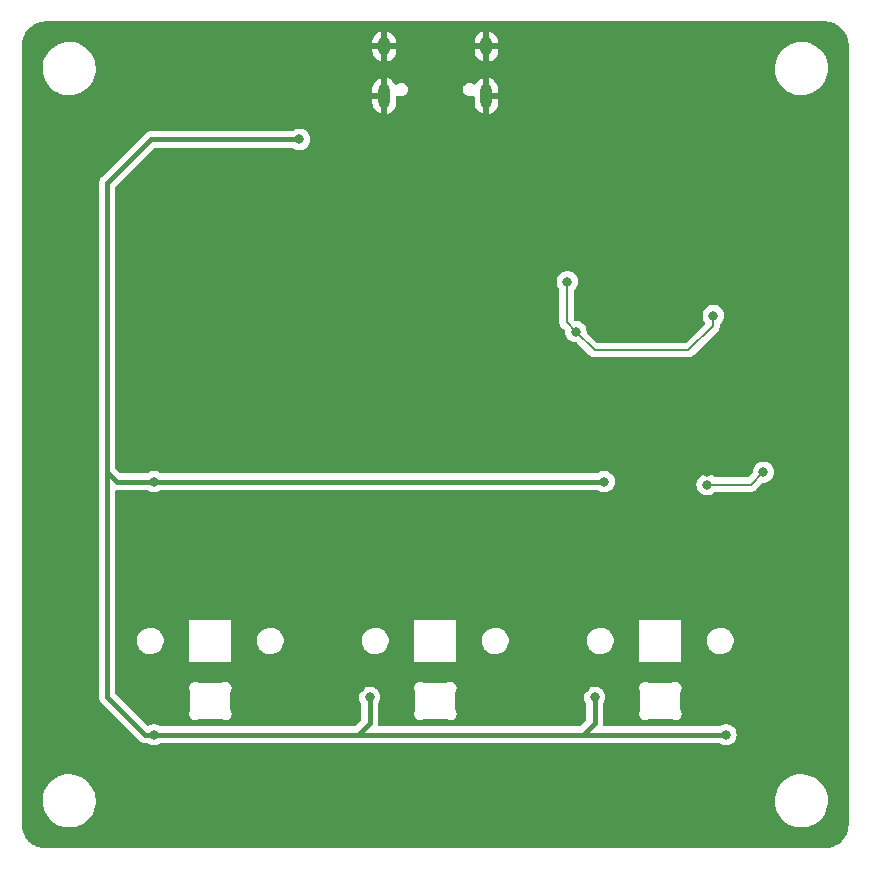
<source format=gtl>
G04 #@! TF.GenerationSoftware,KiCad,Pcbnew,7.0.9*
G04 #@! TF.CreationDate,2023-11-15T15:13:25+00:00*
G04 #@! TF.ProjectId,analog,616e616c-6f67-42e6-9b69-6361645f7063,1*
G04 #@! TF.SameCoordinates,Original*
G04 #@! TF.FileFunction,Copper,L1,Top*
G04 #@! TF.FilePolarity,Positive*
%FSLAX46Y46*%
G04 Gerber Fmt 4.6, Leading zero omitted, Abs format (unit mm)*
G04 Created by KiCad (PCBNEW 7.0.9) date 2023-11-15 15:13:25*
%MOMM*%
%LPD*%
G01*
G04 APERTURE LIST*
G04 #@! TA.AperFunction,ComponentPad*
%ADD10O,1.000000X1.600000*%
G04 #@! TD*
G04 #@! TA.AperFunction,ComponentPad*
%ADD11O,1.000000X2.100000*%
G04 #@! TD*
G04 #@! TA.AperFunction,ViaPad*
%ADD12C,0.800000*%
G04 #@! TD*
G04 #@! TA.AperFunction,Conductor*
%ADD13C,0.400000*%
G04 #@! TD*
G04 #@! TA.AperFunction,Conductor*
%ADD14C,0.200000*%
G04 #@! TD*
G04 APERTURE END LIST*
D10*
X46480000Y-17925000D03*
D11*
X46480000Y-22105000D03*
D10*
X55120000Y-17925000D03*
D11*
X55120000Y-22105000D03*
D12*
X73818750Y-75000000D03*
X68256250Y-35061382D03*
X65087500Y-45243750D03*
X29368750Y-64293750D03*
X72231250Y-69056250D03*
X77589085Y-41274992D03*
X71437500Y-45243750D03*
X68056250Y-40687500D03*
X58737500Y-42862500D03*
X44450000Y-72231250D03*
X77787500Y-70643750D03*
X35718750Y-75000000D03*
X70056250Y-38687500D03*
X61436250Y-27781250D03*
X43337500Y-36906250D03*
X56356250Y-33337500D03*
X76234040Y-75000000D03*
X68800000Y-31200000D03*
X34200000Y-50800000D03*
X58539069Y-34726549D03*
X67468750Y-64293750D03*
X54768750Y-75000000D03*
X54768750Y-26987500D03*
X34131250Y-69056250D03*
X29368732Y-50800000D03*
X68056250Y-38687500D03*
X48418750Y-64293750D03*
X73818750Y-56356250D03*
X53181250Y-69056250D03*
X69056250Y-39687500D03*
X74800000Y-31200000D03*
X76200000Y-34131250D03*
X40162500Y-31350000D03*
X63500000Y-72231250D03*
X25400000Y-72231250D03*
X46831250Y-26987500D03*
X67468764Y-50800000D03*
X72300000Y-50800000D03*
X70056250Y-40687500D03*
X53975000Y-29368750D03*
X73818750Y-53975000D03*
X45243750Y-73025000D03*
X26987500Y-54768750D03*
X26987500Y-76200000D03*
X39300000Y-25800000D03*
X65087500Y-54768750D03*
X75406250Y-76200000D03*
X64293750Y-73025000D03*
X62706250Y-42068750D03*
X61970653Y-37843408D03*
X74330009Y-40709685D03*
X73818750Y-55017102D03*
X78581250Y-53975000D03*
D13*
X63301573Y-76200000D02*
X64293750Y-76200000D01*
X26987500Y-54768750D02*
X65087500Y-54768750D01*
X23018750Y-54768750D02*
X23018750Y-73025000D01*
X44251557Y-76200000D02*
X45243750Y-75207807D01*
X44251557Y-76200000D02*
X45243750Y-76200000D01*
X64293750Y-75207823D02*
X64293750Y-73025000D01*
X26737500Y-25800000D02*
X23018750Y-29518750D01*
X23018750Y-73025000D02*
X26193750Y-76200000D01*
X26193750Y-76200000D02*
X26987500Y-76200000D01*
X23018750Y-50800000D02*
X23018750Y-53975000D01*
X45243750Y-76200000D02*
X63301573Y-76200000D01*
X23018750Y-29518750D02*
X23018750Y-50800000D01*
X23018750Y-53975000D02*
X23018750Y-54768750D01*
X64293750Y-76200000D02*
X75406250Y-76200000D01*
X23812500Y-54768750D02*
X26987500Y-54768750D01*
X63301573Y-76200000D02*
X64293750Y-75207823D01*
X23018750Y-53975000D02*
X23812500Y-54768750D01*
X26987500Y-76200000D02*
X44251557Y-76200000D01*
X45243750Y-75207807D02*
X45243750Y-73025000D01*
X39300000Y-25800000D02*
X26737500Y-25800000D01*
D14*
X61912500Y-37901561D02*
X61970653Y-37843408D01*
X72231250Y-43656250D02*
X74330009Y-41557491D01*
X62706250Y-42068750D02*
X61912500Y-41275000D01*
X64293750Y-43656250D02*
X72231250Y-43656250D01*
X74330009Y-41557491D02*
X74330009Y-40709685D01*
X61912500Y-41275000D02*
X61912500Y-37901561D01*
X62706250Y-42068750D02*
X64293750Y-43656250D01*
X77539148Y-55017102D02*
X78581250Y-53975000D01*
X73818750Y-55017102D02*
X77539148Y-55017102D01*
G04 #@! TA.AperFunction,Conductor*
G36*
X83802019Y-15800633D02*
G01*
X83837198Y-15802938D01*
X83883708Y-15805986D01*
X84065459Y-15818985D01*
X84073100Y-15820015D01*
X84166738Y-15838641D01*
X84189420Y-15843153D01*
X84215023Y-15848722D01*
X84333666Y-15874531D01*
X84340383Y-15876395D01*
X84459437Y-15916809D01*
X84556671Y-15953076D01*
X84591741Y-15966157D01*
X84597499Y-15968643D01*
X84712952Y-16025578D01*
X84834906Y-16092170D01*
X84839634Y-16095032D01*
X84896571Y-16133076D01*
X84946649Y-16166537D01*
X84949358Y-16168454D01*
X85058652Y-16250271D01*
X85062345Y-16253265D01*
X85159502Y-16338469D01*
X85162448Y-16341228D01*
X85258769Y-16437549D01*
X85261526Y-16440492D01*
X85346729Y-16537648D01*
X85349732Y-16541353D01*
X85401564Y-16610592D01*
X85431543Y-16650639D01*
X85433461Y-16653349D01*
X85504962Y-16760357D01*
X85507828Y-16765091D01*
X85574421Y-16887047D01*
X85631355Y-17002499D01*
X85633841Y-17008257D01*
X85670212Y-17105768D01*
X85683196Y-17140578D01*
X85688289Y-17155581D01*
X85723597Y-17259596D01*
X85725472Y-17266352D01*
X85756846Y-17410579D01*
X85779980Y-17526880D01*
X85781015Y-17534560D01*
X85794017Y-17716350D01*
X85799367Y-17797966D01*
X85799500Y-17802023D01*
X85799500Y-83797970D01*
X85799367Y-83802029D01*
X85794013Y-83883649D01*
X85781002Y-84065430D01*
X85779968Y-84073108D01*
X85756830Y-84189415D01*
X85725451Y-84333634D01*
X85723576Y-84340389D01*
X85683166Y-84459422D01*
X85633816Y-84591720D01*
X85631330Y-84597478D01*
X85574392Y-84712933D01*
X85507794Y-84834893D01*
X85504927Y-84839627D01*
X85433442Y-84946609D01*
X85431524Y-84949318D01*
X85349709Y-85058610D01*
X85346688Y-85062335D01*
X85261496Y-85159478D01*
X85258722Y-85162439D01*
X85162439Y-85258722D01*
X85159478Y-85261496D01*
X85062335Y-85346688D01*
X85058610Y-85349709D01*
X84949318Y-85431524D01*
X84946609Y-85433442D01*
X84839627Y-85504927D01*
X84834893Y-85507794D01*
X84712933Y-85574392D01*
X84597478Y-85631330D01*
X84591720Y-85633816D01*
X84459422Y-85683166D01*
X84340389Y-85723576D01*
X84333634Y-85725451D01*
X84189415Y-85756830D01*
X84073108Y-85779968D01*
X84065430Y-85781002D01*
X83883649Y-85794013D01*
X83815454Y-85798486D01*
X83802026Y-85799367D01*
X83797970Y-85799500D01*
X17802035Y-85799500D01*
X17797980Y-85799367D01*
X17716374Y-85794020D01*
X17534563Y-85781020D01*
X17526882Y-85779986D01*
X17410580Y-85756854D01*
X17266349Y-85725480D01*
X17259594Y-85723606D01*
X17140571Y-85683205D01*
X17140466Y-85683166D01*
X17115206Y-85673744D01*
X17008256Y-85633855D01*
X17002497Y-85631369D01*
X16887042Y-85574434D01*
X16765085Y-85507841D01*
X16760350Y-85504975D01*
X16653335Y-85433470D01*
X16650625Y-85431552D01*
X16541356Y-85349755D01*
X16537631Y-85346735D01*
X16440483Y-85261540D01*
X16437521Y-85258765D01*
X16341233Y-85162477D01*
X16338466Y-85159524D01*
X16253263Y-85062367D01*
X16250243Y-85058642D01*
X16168446Y-84949373D01*
X16166528Y-84946663D01*
X16095023Y-84839647D01*
X16092157Y-84834913D01*
X16025565Y-84712957D01*
X16012619Y-84686704D01*
X15968624Y-84597489D01*
X15966148Y-84591755D01*
X15916796Y-84459433D01*
X15876385Y-84340381D01*
X15874522Y-84333669D01*
X15843152Y-84189452D01*
X15820009Y-84073099D01*
X15818980Y-84065456D01*
X15805981Y-83883649D01*
X15801359Y-83813107D01*
X15800633Y-83802020D01*
X15800500Y-83797965D01*
X15800500Y-81875373D01*
X17545723Y-81875373D01*
X17575881Y-82175160D01*
X17575882Y-82175162D01*
X17645728Y-82468252D01*
X17645733Y-82468266D01*
X17754020Y-82749427D01*
X17754024Y-82749436D01*
X17898825Y-83013665D01*
X17898829Y-83013671D01*
X18077551Y-83256234D01*
X18077554Y-83256238D01*
X18077561Y-83256245D01*
X18287019Y-83472823D01*
X18523478Y-83659553D01*
X18523480Y-83659554D01*
X18523485Y-83659558D01*
X18782730Y-83813109D01*
X19060128Y-83930736D01*
X19350729Y-84010340D01*
X19649347Y-84050500D01*
X19649351Y-84050500D01*
X19875252Y-84050500D01*
X20039164Y-84039526D01*
X20100634Y-84035412D01*
X20395903Y-83975396D01*
X20680537Y-83876560D01*
X20949459Y-83740668D01*
X21197869Y-83570144D01*
X21421333Y-83368032D01*
X21615865Y-83137939D01*
X21777993Y-82883970D01*
X21904823Y-82610658D01*
X21994093Y-82322879D01*
X22044209Y-82025770D01*
X22049237Y-81875373D01*
X79545723Y-81875373D01*
X79575881Y-82175160D01*
X79575882Y-82175162D01*
X79645728Y-82468252D01*
X79645733Y-82468266D01*
X79754020Y-82749427D01*
X79754024Y-82749436D01*
X79898825Y-83013665D01*
X79898829Y-83013671D01*
X80077551Y-83256234D01*
X80077554Y-83256238D01*
X80077561Y-83256245D01*
X80287019Y-83472823D01*
X80523478Y-83659553D01*
X80523480Y-83659554D01*
X80523485Y-83659558D01*
X80782730Y-83813109D01*
X81060128Y-83930736D01*
X81350729Y-84010340D01*
X81649347Y-84050500D01*
X81649351Y-84050500D01*
X81875252Y-84050500D01*
X82039164Y-84039526D01*
X82100634Y-84035412D01*
X82395903Y-83975396D01*
X82680537Y-83876560D01*
X82949459Y-83740668D01*
X83197869Y-83570144D01*
X83421333Y-83368032D01*
X83615865Y-83137939D01*
X83777993Y-82883970D01*
X83904823Y-82610658D01*
X83994093Y-82322879D01*
X84044209Y-82025770D01*
X84054277Y-81724631D01*
X84024118Y-81424838D01*
X83954269Y-81131739D01*
X83845977Y-80850566D01*
X83701175Y-80586335D01*
X83522446Y-80343762D01*
X83312980Y-80127176D01*
X83189742Y-80029856D01*
X83076521Y-79940446D01*
X83076517Y-79940443D01*
X83076515Y-79940442D01*
X82817270Y-79786891D01*
X82539872Y-79669264D01*
X82539863Y-79669261D01*
X82249272Y-79589660D01*
X82174616Y-79579620D01*
X81950653Y-79549500D01*
X81724756Y-79549500D01*
X81724748Y-79549500D01*
X81499368Y-79564587D01*
X81499359Y-79564589D01*
X81204094Y-79624604D01*
X80919464Y-79723439D01*
X80919459Y-79723441D01*
X80650546Y-79859328D01*
X80402125Y-80029860D01*
X80178665Y-80231969D01*
X79984132Y-80462064D01*
X79822006Y-80716030D01*
X79822005Y-80716032D01*
X79695181Y-80989333D01*
X79695177Y-80989342D01*
X79695176Y-80989346D01*
X79605907Y-81277118D01*
X79555791Y-81574230D01*
X79545723Y-81875373D01*
X22049237Y-81875373D01*
X22054277Y-81724631D01*
X22024118Y-81424838D01*
X21954269Y-81131739D01*
X21845977Y-80850566D01*
X21701175Y-80586335D01*
X21522446Y-80343762D01*
X21312980Y-80127176D01*
X21189742Y-80029856D01*
X21076521Y-79940446D01*
X21076517Y-79940443D01*
X21076515Y-79940442D01*
X20817270Y-79786891D01*
X20539872Y-79669264D01*
X20539863Y-79669261D01*
X20249272Y-79589660D01*
X20174616Y-79579620D01*
X19950653Y-79549500D01*
X19724756Y-79549500D01*
X19724748Y-79549500D01*
X19499368Y-79564587D01*
X19499359Y-79564589D01*
X19204094Y-79624604D01*
X18919464Y-79723439D01*
X18919459Y-79723441D01*
X18650546Y-79859328D01*
X18402125Y-80029860D01*
X18178665Y-80231969D01*
X17984132Y-80462064D01*
X17822006Y-80716030D01*
X17822005Y-80716032D01*
X17695181Y-80989333D01*
X17695177Y-80989342D01*
X17695176Y-80989346D01*
X17605907Y-81277118D01*
X17555791Y-81574230D01*
X17545723Y-81875373D01*
X15800500Y-81875373D01*
X15800500Y-73067605D01*
X22314392Y-73067605D01*
X22325571Y-73128612D01*
X22326134Y-73132313D01*
X22333609Y-73193870D01*
X22333610Y-73193874D01*
X22337201Y-73203343D01*
X22343224Y-73224946D01*
X22345054Y-73234930D01*
X22370509Y-73291490D01*
X22371939Y-73294941D01*
X22393932Y-73352930D01*
X22393933Y-73352931D01*
X22399686Y-73361266D01*
X22410711Y-73380813D01*
X22414870Y-73390055D01*
X22414874Y-73390060D01*
X22453121Y-73438878D01*
X22455341Y-73441896D01*
X22490562Y-73492924D01*
X22490566Y-73492928D01*
X22490567Y-73492929D01*
X22537000Y-73534064D01*
X22539691Y-73536598D01*
X25682149Y-76679056D01*
X25684685Y-76681750D01*
X25721360Y-76723148D01*
X25725820Y-76728182D01*
X25776856Y-76763410D01*
X25779872Y-76765630D01*
X25806240Y-76786287D01*
X25828693Y-76803878D01*
X25835595Y-76806984D01*
X25837932Y-76808036D01*
X25857483Y-76819063D01*
X25865820Y-76824818D01*
X25923808Y-76846809D01*
X25927246Y-76848234D01*
X25983818Y-76873695D01*
X25993792Y-76875522D01*
X26015406Y-76881548D01*
X26024877Y-76885140D01*
X26086423Y-76892613D01*
X26090120Y-76893175D01*
X26151144Y-76904358D01*
X26206127Y-76901031D01*
X26213053Y-76900613D01*
X26216798Y-76900500D01*
X26379344Y-76900500D01*
X26446383Y-76920185D01*
X26452229Y-76924182D01*
X26534765Y-76984148D01*
X26534770Y-76984151D01*
X26707692Y-77061142D01*
X26707697Y-77061144D01*
X26892854Y-77100500D01*
X26892855Y-77100500D01*
X27082144Y-77100500D01*
X27082146Y-77100500D01*
X27267303Y-77061144D01*
X27440230Y-76984151D01*
X27455820Y-76972823D01*
X27522771Y-76924182D01*
X27588577Y-76900702D01*
X27595656Y-76900500D01*
X44209185Y-76900500D01*
X44228509Y-76900500D01*
X44232254Y-76900613D01*
X44240073Y-76901085D01*
X44294163Y-76904358D01*
X44304133Y-76902531D01*
X44326484Y-76900500D01*
X45201378Y-76900500D01*
X63259201Y-76900500D01*
X63278525Y-76900500D01*
X63282270Y-76900613D01*
X63290089Y-76901085D01*
X63344179Y-76904358D01*
X63354149Y-76902531D01*
X63376500Y-76900500D01*
X64251378Y-76900500D01*
X74798094Y-76900500D01*
X74865133Y-76920185D01*
X74870979Y-76924182D01*
X74953515Y-76984148D01*
X74953520Y-76984151D01*
X75126442Y-77061142D01*
X75126447Y-77061144D01*
X75311604Y-77100500D01*
X75311605Y-77100500D01*
X75500894Y-77100500D01*
X75500896Y-77100500D01*
X75686053Y-77061144D01*
X75858980Y-76984151D01*
X76012121Y-76872888D01*
X76138783Y-76732216D01*
X76233429Y-76568284D01*
X76291924Y-76388256D01*
X76311710Y-76200000D01*
X76291924Y-76011744D01*
X76233429Y-75831716D01*
X76138783Y-75667784D01*
X76012121Y-75527112D01*
X76012120Y-75527111D01*
X75858984Y-75415851D01*
X75858979Y-75415848D01*
X75686057Y-75338857D01*
X75686052Y-75338855D01*
X75540251Y-75307865D01*
X75500896Y-75299500D01*
X75311604Y-75299500D01*
X75279147Y-75306398D01*
X75126447Y-75338855D01*
X75126442Y-75338857D01*
X74953520Y-75415848D01*
X74953515Y-75415851D01*
X74870979Y-75475818D01*
X74805173Y-75499298D01*
X74798094Y-75499500D01*
X65103946Y-75499500D01*
X65036907Y-75479815D01*
X64991152Y-75427011D01*
X64980850Y-75360555D01*
X64986365Y-75315132D01*
X64986928Y-75311428D01*
X64998107Y-75250429D01*
X64994363Y-75188530D01*
X64994250Y-75184786D01*
X64994250Y-74445613D01*
X68047623Y-74445613D01*
X68055437Y-74573581D01*
X68055438Y-74573585D01*
X68095261Y-74695459D01*
X68164521Y-74803357D01*
X68258743Y-74890312D01*
X68258745Y-74890313D01*
X68258747Y-74890315D01*
X68332217Y-74929546D01*
X68371843Y-74950706D01*
X68496515Y-74980638D01*
X68624706Y-74978176D01*
X68748136Y-74943477D01*
X68760674Y-74936178D01*
X68761015Y-74936094D01*
X68801163Y-74912619D01*
X68805996Y-74910073D01*
X68810741Y-74907835D01*
X68813746Y-74906419D01*
X68817256Y-74904948D01*
X68904109Y-74868573D01*
X68911829Y-74865924D01*
X68939161Y-74858521D01*
X68947165Y-74856912D01*
X69044881Y-74843917D01*
X69050463Y-74843423D01*
X69052538Y-74843240D01*
X69057997Y-74842999D01*
X70641717Y-74842999D01*
X70647171Y-74843239D01*
X70655631Y-74843986D01*
X70677944Y-74846952D01*
X70752818Y-74856909D01*
X70760808Y-74858514D01*
X70788131Y-74865910D01*
X70795860Y-74868560D01*
X70886255Y-74906419D01*
X70886752Y-74906627D01*
X70890102Y-74908206D01*
X70893737Y-74909920D01*
X70898594Y-74912477D01*
X70940761Y-74937133D01*
X70941900Y-74937634D01*
X70951879Y-74943443D01*
X71075301Y-74978138D01*
X71193994Y-74980417D01*
X71203478Y-74980600D01*
X71203478Y-74980599D01*
X71203482Y-74980600D01*
X71328144Y-74950670D01*
X71441235Y-74890280D01*
X71535451Y-74803332D01*
X71604705Y-74695442D01*
X71644525Y-74573577D01*
X71652338Y-74445611D01*
X71652337Y-74445608D01*
X71627641Y-74319813D01*
X71627640Y-74319807D01*
X71600916Y-74264052D01*
X71599112Y-74259905D01*
X71598865Y-74259276D01*
X71595083Y-74249639D01*
X71569243Y-74175766D01*
X71567324Y-74169101D01*
X71561415Y-74143210D01*
X71560250Y-74136350D01*
X71551442Y-74058156D01*
X71550673Y-74047893D01*
X71550499Y-74043256D01*
X71550499Y-72641976D01*
X71550673Y-72637339D01*
X71550775Y-72635964D01*
X71551497Y-72626344D01*
X71560234Y-72548782D01*
X71561394Y-72541954D01*
X71567381Y-72515726D01*
X71569293Y-72509087D01*
X71594920Y-72435823D01*
X71599019Y-72425378D01*
X71600809Y-72421264D01*
X71627679Y-72365203D01*
X71652378Y-72239390D01*
X71652377Y-72239380D01*
X71644564Y-72111414D01*
X71644563Y-72111411D01*
X71624747Y-72050765D01*
X71604741Y-71989540D01*
X71604740Y-71989538D01*
X71604739Y-71989535D01*
X71535482Y-71881643D01*
X71535481Y-71881641D01*
X71441258Y-71794687D01*
X71441256Y-71794685D01*
X71328158Y-71734292D01*
X71203486Y-71704360D01*
X71203483Y-71704360D01*
X71203479Y-71704359D01*
X71075293Y-71706822D01*
X70951860Y-71741520D01*
X70950966Y-71741899D01*
X70898844Y-71772374D01*
X70893998Y-71774927D01*
X70886273Y-71778571D01*
X70796051Y-71816357D01*
X70788291Y-71819019D01*
X70760651Y-71826500D01*
X70752617Y-71828115D01*
X70656172Y-71840940D01*
X70646900Y-71841759D01*
X70641442Y-71842000D01*
X69107410Y-71842000D01*
X69107407Y-71841999D01*
X69058284Y-71841999D01*
X69052829Y-71841759D01*
X69044368Y-71841012D01*
X68947205Y-71828090D01*
X68939171Y-71826476D01*
X68911871Y-71819087D01*
X68904110Y-71816424D01*
X68813245Y-71778369D01*
X68809942Y-71776812D01*
X68806232Y-71775062D01*
X68801392Y-71772511D01*
X68760252Y-71748456D01*
X68759014Y-71747899D01*
X68748121Y-71741558D01*
X68624699Y-71706863D01*
X68496521Y-71704400D01*
X68371856Y-71734330D01*
X68258767Y-71794718D01*
X68258763Y-71794721D01*
X68164554Y-71881663D01*
X68164548Y-71881671D01*
X68095295Y-71989556D01*
X68055478Y-72111416D01*
X68055476Y-72111425D01*
X68047662Y-72239380D01*
X68047663Y-72239385D01*
X68047663Y-72239387D01*
X68069792Y-72352111D01*
X68072361Y-72365193D01*
X68099080Y-72420940D01*
X68100890Y-72425100D01*
X68104951Y-72435453D01*
X68130687Y-72509001D01*
X68132614Y-72515690D01*
X68138618Y-72542000D01*
X68139784Y-72548866D01*
X68148530Y-72626588D01*
X68149326Y-72637182D01*
X68149501Y-72641832D01*
X68149501Y-74043021D01*
X68149327Y-74047660D01*
X68148508Y-74058580D01*
X68139741Y-74136345D01*
X68138577Y-74143196D01*
X68132670Y-74169086D01*
X68130747Y-74175766D01*
X68104823Y-74249900D01*
X68101145Y-74259276D01*
X68099336Y-74263436D01*
X68072322Y-74319796D01*
X68072322Y-74319797D01*
X68047623Y-74445608D01*
X68047623Y-74445613D01*
X64994250Y-74445613D01*
X64994250Y-73640391D01*
X65013935Y-73573352D01*
X65026102Y-73557417D01*
X65026283Y-73557216D01*
X65120929Y-73393284D01*
X65179424Y-73213256D01*
X65199210Y-73025000D01*
X65179424Y-72836744D01*
X65120929Y-72656716D01*
X65026283Y-72492784D01*
X64899621Y-72352112D01*
X64830809Y-72302117D01*
X64746484Y-72240851D01*
X64746479Y-72240848D01*
X64573557Y-72163857D01*
X64573552Y-72163855D01*
X64427751Y-72132865D01*
X64388396Y-72124500D01*
X64199104Y-72124500D01*
X64166647Y-72131398D01*
X64013947Y-72163855D01*
X64013942Y-72163857D01*
X63841020Y-72240848D01*
X63841015Y-72240851D01*
X63687879Y-72352111D01*
X63561216Y-72492785D01*
X63466571Y-72656715D01*
X63466568Y-72656722D01*
X63408077Y-72836740D01*
X63408076Y-72836744D01*
X63388290Y-73025000D01*
X63408076Y-73213256D01*
X63408077Y-73213259D01*
X63466568Y-73393277D01*
X63466571Y-73393284D01*
X63561216Y-73557215D01*
X63561398Y-73557417D01*
X63561466Y-73557559D01*
X63565035Y-73562471D01*
X63564136Y-73563123D01*
X63591629Y-73620408D01*
X63593250Y-73640391D01*
X63593250Y-74866304D01*
X63573565Y-74933343D01*
X63556931Y-74953985D01*
X63047735Y-75463181D01*
X62986412Y-75496666D01*
X62960054Y-75499500D01*
X46053944Y-75499500D01*
X45986905Y-75479815D01*
X45941150Y-75427011D01*
X45930848Y-75360555D01*
X45936363Y-75315131D01*
X45936927Y-75311427D01*
X45941174Y-75288246D01*
X45948108Y-75250413D01*
X45944995Y-75198968D01*
X45944363Y-75188503D01*
X45944250Y-75184758D01*
X45944250Y-74445613D01*
X48997623Y-74445613D01*
X49005437Y-74573581D01*
X49005438Y-74573585D01*
X49045261Y-74695459D01*
X49114521Y-74803357D01*
X49208743Y-74890312D01*
X49208745Y-74890313D01*
X49208747Y-74890315D01*
X49282217Y-74929546D01*
X49321843Y-74950706D01*
X49446515Y-74980638D01*
X49574706Y-74978176D01*
X49698136Y-74943477D01*
X49710674Y-74936178D01*
X49711015Y-74936094D01*
X49751163Y-74912619D01*
X49755996Y-74910073D01*
X49760741Y-74907835D01*
X49763746Y-74906419D01*
X49767256Y-74904948D01*
X49854109Y-74868573D01*
X49861829Y-74865924D01*
X49889161Y-74858521D01*
X49897165Y-74856912D01*
X49994881Y-74843917D01*
X50000463Y-74843423D01*
X50002538Y-74843240D01*
X50007997Y-74842999D01*
X51591717Y-74842999D01*
X51597171Y-74843239D01*
X51605631Y-74843986D01*
X51627944Y-74846952D01*
X51702818Y-74856909D01*
X51710808Y-74858514D01*
X51738131Y-74865910D01*
X51745860Y-74868560D01*
X51836255Y-74906419D01*
X51836752Y-74906627D01*
X51840102Y-74908206D01*
X51843737Y-74909920D01*
X51848594Y-74912477D01*
X51890761Y-74937133D01*
X51891900Y-74937634D01*
X51901879Y-74943443D01*
X52025301Y-74978138D01*
X52143994Y-74980417D01*
X52153478Y-74980600D01*
X52153478Y-74980599D01*
X52153482Y-74980600D01*
X52278144Y-74950670D01*
X52391235Y-74890280D01*
X52485451Y-74803332D01*
X52554705Y-74695442D01*
X52594525Y-74573577D01*
X52602338Y-74445611D01*
X52602337Y-74445608D01*
X52577641Y-74319813D01*
X52577640Y-74319807D01*
X52550916Y-74264052D01*
X52549112Y-74259905D01*
X52548865Y-74259276D01*
X52545083Y-74249639D01*
X52519243Y-74175766D01*
X52517324Y-74169101D01*
X52511415Y-74143210D01*
X52510250Y-74136350D01*
X52501442Y-74058156D01*
X52500673Y-74047893D01*
X52500499Y-74043256D01*
X52500499Y-72641976D01*
X52500673Y-72637339D01*
X52500775Y-72635964D01*
X52501497Y-72626344D01*
X52510234Y-72548782D01*
X52511394Y-72541954D01*
X52517381Y-72515726D01*
X52519293Y-72509087D01*
X52544920Y-72435823D01*
X52549019Y-72425378D01*
X52550809Y-72421264D01*
X52577679Y-72365203D01*
X52602378Y-72239390D01*
X52602377Y-72239380D01*
X52594564Y-72111414D01*
X52594563Y-72111411D01*
X52574747Y-72050765D01*
X52554741Y-71989540D01*
X52554740Y-71989538D01*
X52554739Y-71989535D01*
X52485482Y-71881643D01*
X52485481Y-71881641D01*
X52391258Y-71794687D01*
X52391256Y-71794685D01*
X52278158Y-71734292D01*
X52153486Y-71704360D01*
X52153483Y-71704360D01*
X52153479Y-71704359D01*
X52025293Y-71706822D01*
X51901860Y-71741520D01*
X51900966Y-71741899D01*
X51848844Y-71772374D01*
X51843998Y-71774927D01*
X51836273Y-71778571D01*
X51746051Y-71816357D01*
X51738291Y-71819019D01*
X51710651Y-71826500D01*
X51702617Y-71828115D01*
X51606172Y-71840940D01*
X51596900Y-71841759D01*
X51591442Y-71842000D01*
X50057410Y-71842000D01*
X50057407Y-71841999D01*
X50008284Y-71841999D01*
X50002829Y-71841759D01*
X49994368Y-71841012D01*
X49897205Y-71828090D01*
X49889171Y-71826476D01*
X49861871Y-71819087D01*
X49854110Y-71816424D01*
X49763245Y-71778369D01*
X49759942Y-71776812D01*
X49756232Y-71775062D01*
X49751392Y-71772511D01*
X49710252Y-71748456D01*
X49709014Y-71747899D01*
X49698121Y-71741558D01*
X49574699Y-71706863D01*
X49446521Y-71704400D01*
X49321856Y-71734330D01*
X49208767Y-71794718D01*
X49208763Y-71794721D01*
X49114554Y-71881663D01*
X49114548Y-71881671D01*
X49045295Y-71989556D01*
X49005478Y-72111416D01*
X49005476Y-72111425D01*
X48997662Y-72239380D01*
X48997663Y-72239385D01*
X48997663Y-72239387D01*
X49019792Y-72352111D01*
X49022361Y-72365193D01*
X49049080Y-72420940D01*
X49050890Y-72425100D01*
X49054951Y-72435453D01*
X49080687Y-72509001D01*
X49082614Y-72515690D01*
X49088618Y-72542000D01*
X49089784Y-72548866D01*
X49098530Y-72626588D01*
X49099326Y-72637182D01*
X49099501Y-72641832D01*
X49099501Y-74043021D01*
X49099327Y-74047660D01*
X49098508Y-74058580D01*
X49089741Y-74136345D01*
X49088577Y-74143196D01*
X49082670Y-74169086D01*
X49080747Y-74175766D01*
X49054823Y-74249900D01*
X49051145Y-74259276D01*
X49049336Y-74263436D01*
X49022322Y-74319796D01*
X49022322Y-74319797D01*
X48997623Y-74445608D01*
X48997623Y-74445613D01*
X45944250Y-74445613D01*
X45944250Y-73640391D01*
X45963935Y-73573352D01*
X45976102Y-73557417D01*
X45976283Y-73557216D01*
X46070929Y-73393284D01*
X46129424Y-73213256D01*
X46149210Y-73025000D01*
X46129424Y-72836744D01*
X46070929Y-72656716D01*
X45976283Y-72492784D01*
X45849621Y-72352112D01*
X45780809Y-72302117D01*
X45696484Y-72240851D01*
X45696479Y-72240848D01*
X45523557Y-72163857D01*
X45523552Y-72163855D01*
X45377751Y-72132865D01*
X45338396Y-72124500D01*
X45149104Y-72124500D01*
X45116647Y-72131398D01*
X44963947Y-72163855D01*
X44963942Y-72163857D01*
X44791020Y-72240848D01*
X44791015Y-72240851D01*
X44637879Y-72352111D01*
X44511216Y-72492785D01*
X44416571Y-72656715D01*
X44416568Y-72656722D01*
X44358077Y-72836740D01*
X44358076Y-72836744D01*
X44338290Y-73025000D01*
X44358076Y-73213256D01*
X44358077Y-73213259D01*
X44416568Y-73393277D01*
X44416571Y-73393284D01*
X44511216Y-73557215D01*
X44511398Y-73557417D01*
X44511466Y-73557559D01*
X44515035Y-73562471D01*
X44514136Y-73563123D01*
X44541629Y-73620408D01*
X44543250Y-73640391D01*
X44543250Y-74866288D01*
X44523565Y-74933327D01*
X44506931Y-74953969D01*
X43997719Y-75463181D01*
X43936396Y-75496666D01*
X43910038Y-75499500D01*
X27595656Y-75499500D01*
X27528617Y-75479815D01*
X27522771Y-75475818D01*
X27440234Y-75415851D01*
X27440229Y-75415848D01*
X27267307Y-75338857D01*
X27267302Y-75338855D01*
X27121501Y-75307865D01*
X27082146Y-75299500D01*
X26892854Y-75299500D01*
X26860397Y-75306398D01*
X26707697Y-75338855D01*
X26707692Y-75338857D01*
X26534765Y-75415850D01*
X26531883Y-75417515D01*
X26530005Y-75417970D01*
X26528834Y-75418492D01*
X26528738Y-75418277D01*
X26463982Y-75433982D01*
X26397957Y-75411124D01*
X26382211Y-75397804D01*
X25430020Y-74445613D01*
X29947623Y-74445613D01*
X29955437Y-74573581D01*
X29955438Y-74573585D01*
X29995261Y-74695459D01*
X30064521Y-74803357D01*
X30158743Y-74890312D01*
X30158745Y-74890313D01*
X30158747Y-74890315D01*
X30232217Y-74929546D01*
X30271843Y-74950706D01*
X30396515Y-74980638D01*
X30524706Y-74978176D01*
X30648136Y-74943477D01*
X30660674Y-74936178D01*
X30661015Y-74936094D01*
X30701163Y-74912619D01*
X30705996Y-74910073D01*
X30710741Y-74907835D01*
X30713746Y-74906419D01*
X30717256Y-74904948D01*
X30804109Y-74868573D01*
X30811829Y-74865924D01*
X30839161Y-74858521D01*
X30847165Y-74856912D01*
X30944881Y-74843917D01*
X30950463Y-74843423D01*
X30952538Y-74843240D01*
X30957997Y-74842999D01*
X32541717Y-74842999D01*
X32547171Y-74843239D01*
X32555631Y-74843986D01*
X32577944Y-74846952D01*
X32652818Y-74856909D01*
X32660808Y-74858514D01*
X32688131Y-74865910D01*
X32695860Y-74868560D01*
X32786255Y-74906419D01*
X32786752Y-74906627D01*
X32790102Y-74908206D01*
X32793737Y-74909920D01*
X32798594Y-74912477D01*
X32840761Y-74937133D01*
X32841900Y-74937634D01*
X32851879Y-74943443D01*
X32975301Y-74978138D01*
X33093994Y-74980417D01*
X33103478Y-74980600D01*
X33103478Y-74980599D01*
X33103482Y-74980600D01*
X33228144Y-74950670D01*
X33341235Y-74890280D01*
X33435451Y-74803332D01*
X33504705Y-74695442D01*
X33544525Y-74573577D01*
X33552338Y-74445611D01*
X33552337Y-74445608D01*
X33527641Y-74319813D01*
X33527640Y-74319807D01*
X33500916Y-74264052D01*
X33499112Y-74259905D01*
X33498865Y-74259276D01*
X33495083Y-74249639D01*
X33469243Y-74175766D01*
X33467324Y-74169101D01*
X33461415Y-74143210D01*
X33460250Y-74136350D01*
X33451442Y-74058156D01*
X33450673Y-74047893D01*
X33450499Y-74043256D01*
X33450499Y-72641976D01*
X33450673Y-72637339D01*
X33450775Y-72635964D01*
X33451497Y-72626344D01*
X33460234Y-72548782D01*
X33461394Y-72541954D01*
X33467381Y-72515726D01*
X33469293Y-72509087D01*
X33494920Y-72435823D01*
X33499019Y-72425378D01*
X33500809Y-72421264D01*
X33527679Y-72365203D01*
X33552378Y-72239390D01*
X33552377Y-72239380D01*
X33544564Y-72111414D01*
X33544563Y-72111411D01*
X33524747Y-72050765D01*
X33504741Y-71989540D01*
X33504740Y-71989538D01*
X33504739Y-71989535D01*
X33435482Y-71881643D01*
X33435481Y-71881641D01*
X33341258Y-71794687D01*
X33341256Y-71794685D01*
X33228158Y-71734292D01*
X33103486Y-71704360D01*
X33103483Y-71704360D01*
X33103479Y-71704359D01*
X32975293Y-71706822D01*
X32851860Y-71741520D01*
X32850966Y-71741899D01*
X32798844Y-71772374D01*
X32793998Y-71774927D01*
X32786273Y-71778571D01*
X32696051Y-71816357D01*
X32688291Y-71819019D01*
X32660651Y-71826500D01*
X32652617Y-71828115D01*
X32556172Y-71840940D01*
X32546900Y-71841759D01*
X32541442Y-71842000D01*
X31007410Y-71842000D01*
X31007407Y-71841999D01*
X30958284Y-71841999D01*
X30952829Y-71841759D01*
X30944368Y-71841012D01*
X30847205Y-71828090D01*
X30839171Y-71826476D01*
X30811871Y-71819087D01*
X30804110Y-71816424D01*
X30713245Y-71778369D01*
X30709942Y-71776812D01*
X30706232Y-71775062D01*
X30701392Y-71772511D01*
X30660252Y-71748456D01*
X30659014Y-71747899D01*
X30648121Y-71741558D01*
X30524699Y-71706863D01*
X30396521Y-71704400D01*
X30271856Y-71734330D01*
X30158767Y-71794718D01*
X30158763Y-71794721D01*
X30064554Y-71881663D01*
X30064548Y-71881671D01*
X29995295Y-71989556D01*
X29955478Y-72111416D01*
X29955476Y-72111425D01*
X29947662Y-72239380D01*
X29947663Y-72239385D01*
X29947663Y-72239387D01*
X29969792Y-72352111D01*
X29972361Y-72365193D01*
X29999080Y-72420940D01*
X30000890Y-72425100D01*
X30004951Y-72435453D01*
X30030687Y-72509001D01*
X30032614Y-72515690D01*
X30038618Y-72542000D01*
X30039784Y-72548866D01*
X30048530Y-72626588D01*
X30049326Y-72637182D01*
X30049501Y-72641832D01*
X30049501Y-74043021D01*
X30049327Y-74047660D01*
X30048508Y-74058580D01*
X30039741Y-74136345D01*
X30038577Y-74143196D01*
X30032670Y-74169086D01*
X30030747Y-74175766D01*
X30004823Y-74249900D01*
X30001145Y-74259276D01*
X29999336Y-74263436D01*
X29972322Y-74319796D01*
X29972322Y-74319797D01*
X29947623Y-74445608D01*
X29947623Y-74445613D01*
X25430020Y-74445613D01*
X23755569Y-72771162D01*
X23722084Y-72709839D01*
X23719250Y-72683481D01*
X23719250Y-68208702D01*
X25540644Y-68208702D01*
X25550871Y-68423401D01*
X25576503Y-68529057D01*
X25601547Y-68632290D01*
X25690838Y-68827810D01*
X25755293Y-68918324D01*
X25815519Y-69002900D01*
X25815524Y-69002906D01*
X25971078Y-69151225D01*
X25971080Y-69151226D01*
X25971081Y-69151227D01*
X26151904Y-69267435D01*
X26351452Y-69347322D01*
X26456982Y-69367661D01*
X26562511Y-69388000D01*
X26562512Y-69388000D01*
X26723596Y-69388000D01*
X26723602Y-69388000D01*
X26883955Y-69372688D01*
X27090193Y-69312131D01*
X27281243Y-69213638D01*
X27450201Y-69080768D01*
X27590960Y-68918324D01*
X27698432Y-68732177D01*
X27768734Y-68529054D01*
X27799323Y-68316297D01*
X27789096Y-68101596D01*
X27738421Y-67892710D01*
X27649130Y-67697190D01*
X27524450Y-67522101D01*
X27524448Y-67522099D01*
X27524443Y-67522093D01*
X27368889Y-67373774D01*
X27188064Y-67257565D01*
X26988514Y-67177677D01*
X26777457Y-67137000D01*
X26777456Y-67137000D01*
X26616366Y-67137000D01*
X26456013Y-67152312D01*
X26456009Y-67152313D01*
X26249777Y-67212868D01*
X26058720Y-67311364D01*
X25889769Y-67444229D01*
X25889766Y-67444233D01*
X25749005Y-67606678D01*
X25641537Y-67792819D01*
X25571235Y-67995942D01*
X25571234Y-67995944D01*
X25540645Y-68208700D01*
X25540644Y-68208702D01*
X23719250Y-68208702D01*
X23719250Y-66484500D01*
X29971984Y-66484500D01*
X29971984Y-70040500D01*
X33527984Y-70040500D01*
X33527984Y-68208702D01*
X35700644Y-68208702D01*
X35710871Y-68423401D01*
X35736503Y-68529057D01*
X35761547Y-68632290D01*
X35850838Y-68827810D01*
X35915293Y-68918324D01*
X35975519Y-69002900D01*
X35975524Y-69002906D01*
X36131078Y-69151225D01*
X36131080Y-69151226D01*
X36131081Y-69151227D01*
X36311904Y-69267435D01*
X36511452Y-69347322D01*
X36616982Y-69367661D01*
X36722511Y-69388000D01*
X36722512Y-69388000D01*
X36883596Y-69388000D01*
X36883602Y-69388000D01*
X37043955Y-69372688D01*
X37250193Y-69312131D01*
X37441243Y-69213638D01*
X37610201Y-69080768D01*
X37750960Y-68918324D01*
X37858432Y-68732177D01*
X37928734Y-68529054D01*
X37959323Y-68316297D01*
X37954198Y-68208702D01*
X44590660Y-68208702D01*
X44600887Y-68423401D01*
X44626519Y-68529057D01*
X44651563Y-68632290D01*
X44740854Y-68827810D01*
X44805309Y-68918324D01*
X44865535Y-69002900D01*
X44865540Y-69002906D01*
X45021094Y-69151225D01*
X45021096Y-69151226D01*
X45021097Y-69151227D01*
X45201920Y-69267435D01*
X45401468Y-69347322D01*
X45506998Y-69367661D01*
X45612527Y-69388000D01*
X45612528Y-69388000D01*
X45773612Y-69388000D01*
X45773618Y-69388000D01*
X45933971Y-69372688D01*
X46140209Y-69312131D01*
X46331259Y-69213638D01*
X46500217Y-69080768D01*
X46640976Y-68918324D01*
X46748448Y-68732177D01*
X46818750Y-68529054D01*
X46849339Y-68316297D01*
X46839112Y-68101596D01*
X46788437Y-67892710D01*
X46699146Y-67697190D01*
X46574466Y-67522101D01*
X46574464Y-67522099D01*
X46574459Y-67522093D01*
X46418905Y-67373774D01*
X46238080Y-67257565D01*
X46038530Y-67177677D01*
X45827473Y-67137000D01*
X45827472Y-67137000D01*
X45666382Y-67137000D01*
X45506029Y-67152312D01*
X45506025Y-67152313D01*
X45299793Y-67212868D01*
X45108736Y-67311364D01*
X44939785Y-67444229D01*
X44939782Y-67444233D01*
X44799021Y-67606678D01*
X44691553Y-67792819D01*
X44621251Y-67995942D01*
X44621250Y-67995944D01*
X44590661Y-68208700D01*
X44590660Y-68208702D01*
X37954198Y-68208702D01*
X37949096Y-68101596D01*
X37898421Y-67892710D01*
X37809130Y-67697190D01*
X37684450Y-67522101D01*
X37684448Y-67522099D01*
X37684443Y-67522093D01*
X37528889Y-67373774D01*
X37348064Y-67257565D01*
X37148514Y-67177677D01*
X36937457Y-67137000D01*
X36937456Y-67137000D01*
X36776366Y-67137000D01*
X36616013Y-67152312D01*
X36616009Y-67152313D01*
X36409777Y-67212868D01*
X36218720Y-67311364D01*
X36049769Y-67444229D01*
X36049766Y-67444233D01*
X35909005Y-67606678D01*
X35801537Y-67792819D01*
X35731235Y-67995942D01*
X35731234Y-67995944D01*
X35700645Y-68208700D01*
X35700644Y-68208702D01*
X33527984Y-68208702D01*
X33527984Y-66484500D01*
X49022000Y-66484500D01*
X49022000Y-70040500D01*
X52578000Y-70040500D01*
X52578000Y-68208702D01*
X54750660Y-68208702D01*
X54760887Y-68423401D01*
X54786519Y-68529057D01*
X54811563Y-68632290D01*
X54900854Y-68827810D01*
X54965309Y-68918324D01*
X55025535Y-69002900D01*
X55025540Y-69002906D01*
X55181094Y-69151225D01*
X55181096Y-69151226D01*
X55181097Y-69151227D01*
X55361920Y-69267435D01*
X55561468Y-69347322D01*
X55666998Y-69367661D01*
X55772527Y-69388000D01*
X55772528Y-69388000D01*
X55933612Y-69388000D01*
X55933618Y-69388000D01*
X56093971Y-69372688D01*
X56300209Y-69312131D01*
X56491259Y-69213638D01*
X56660217Y-69080768D01*
X56800976Y-68918324D01*
X56908448Y-68732177D01*
X56978750Y-68529054D01*
X57009339Y-68316297D01*
X57004214Y-68208702D01*
X63640660Y-68208702D01*
X63650887Y-68423401D01*
X63676519Y-68529057D01*
X63701563Y-68632290D01*
X63790854Y-68827810D01*
X63855309Y-68918324D01*
X63915535Y-69002900D01*
X63915540Y-69002906D01*
X64071094Y-69151225D01*
X64071096Y-69151226D01*
X64071097Y-69151227D01*
X64251920Y-69267435D01*
X64451468Y-69347322D01*
X64556998Y-69367661D01*
X64662527Y-69388000D01*
X64662528Y-69388000D01*
X64823612Y-69388000D01*
X64823618Y-69388000D01*
X64983971Y-69372688D01*
X65190209Y-69312131D01*
X65381259Y-69213638D01*
X65550217Y-69080768D01*
X65690976Y-68918324D01*
X65798448Y-68732177D01*
X65868750Y-68529054D01*
X65899339Y-68316297D01*
X65889112Y-68101596D01*
X65838437Y-67892710D01*
X65749146Y-67697190D01*
X65624466Y-67522101D01*
X65624464Y-67522099D01*
X65624459Y-67522093D01*
X65468905Y-67373774D01*
X65288080Y-67257565D01*
X65088530Y-67177677D01*
X64877473Y-67137000D01*
X64877472Y-67137000D01*
X64716382Y-67137000D01*
X64556029Y-67152312D01*
X64556025Y-67152313D01*
X64349793Y-67212868D01*
X64158736Y-67311364D01*
X63989785Y-67444229D01*
X63989782Y-67444233D01*
X63849021Y-67606678D01*
X63741553Y-67792819D01*
X63671251Y-67995942D01*
X63671250Y-67995944D01*
X63640661Y-68208700D01*
X63640660Y-68208702D01*
X57004214Y-68208702D01*
X56999112Y-68101596D01*
X56948437Y-67892710D01*
X56859146Y-67697190D01*
X56734466Y-67522101D01*
X56734464Y-67522099D01*
X56734459Y-67522093D01*
X56578905Y-67373774D01*
X56398080Y-67257565D01*
X56198530Y-67177677D01*
X55987473Y-67137000D01*
X55987472Y-67137000D01*
X55826382Y-67137000D01*
X55666029Y-67152312D01*
X55666025Y-67152313D01*
X55459793Y-67212868D01*
X55268736Y-67311364D01*
X55099785Y-67444229D01*
X55099782Y-67444233D01*
X54959021Y-67606678D01*
X54851553Y-67792819D01*
X54781251Y-67995942D01*
X54781250Y-67995944D01*
X54750661Y-68208700D01*
X54750660Y-68208702D01*
X52578000Y-68208702D01*
X52578000Y-66484500D01*
X68072000Y-66484500D01*
X68072000Y-70040500D01*
X71628000Y-70040500D01*
X71628000Y-68208702D01*
X73800660Y-68208702D01*
X73810887Y-68423401D01*
X73836519Y-68529057D01*
X73861563Y-68632290D01*
X73950854Y-68827810D01*
X74015309Y-68918324D01*
X74075535Y-69002900D01*
X74075540Y-69002906D01*
X74231094Y-69151225D01*
X74231096Y-69151226D01*
X74231097Y-69151227D01*
X74411920Y-69267435D01*
X74611468Y-69347322D01*
X74716998Y-69367661D01*
X74822527Y-69388000D01*
X74822528Y-69388000D01*
X74983612Y-69388000D01*
X74983618Y-69388000D01*
X75143971Y-69372688D01*
X75350209Y-69312131D01*
X75541259Y-69213638D01*
X75710217Y-69080768D01*
X75850976Y-68918324D01*
X75958448Y-68732177D01*
X76028750Y-68529054D01*
X76059339Y-68316297D01*
X76049112Y-68101596D01*
X75998437Y-67892710D01*
X75909146Y-67697190D01*
X75784466Y-67522101D01*
X75784464Y-67522099D01*
X75784459Y-67522093D01*
X75628905Y-67373774D01*
X75448080Y-67257565D01*
X75248530Y-67177677D01*
X75037473Y-67137000D01*
X75037472Y-67137000D01*
X74876382Y-67137000D01*
X74716029Y-67152312D01*
X74716025Y-67152313D01*
X74509793Y-67212868D01*
X74318736Y-67311364D01*
X74149785Y-67444229D01*
X74149782Y-67444233D01*
X74009021Y-67606678D01*
X73901553Y-67792819D01*
X73831251Y-67995942D01*
X73831250Y-67995944D01*
X73800661Y-68208700D01*
X73800660Y-68208702D01*
X71628000Y-68208702D01*
X71628000Y-66484500D01*
X68072000Y-66484500D01*
X52578000Y-66484500D01*
X49022000Y-66484500D01*
X33527984Y-66484500D01*
X29971984Y-66484500D01*
X23719250Y-66484500D01*
X23719250Y-55593250D01*
X23738935Y-55526211D01*
X23791739Y-55480456D01*
X23843250Y-55469250D01*
X26379344Y-55469250D01*
X26446383Y-55488935D01*
X26452229Y-55492932D01*
X26534765Y-55552898D01*
X26534770Y-55552901D01*
X26707692Y-55629892D01*
X26707697Y-55629894D01*
X26892854Y-55669250D01*
X26892855Y-55669250D01*
X27082144Y-55669250D01*
X27082146Y-55669250D01*
X27267303Y-55629894D01*
X27440230Y-55552901D01*
X27476966Y-55526211D01*
X27522771Y-55492932D01*
X27588577Y-55469452D01*
X27595656Y-55469250D01*
X64479344Y-55469250D01*
X64546383Y-55488935D01*
X64552229Y-55492932D01*
X64634765Y-55552898D01*
X64634770Y-55552901D01*
X64807692Y-55629892D01*
X64807697Y-55629894D01*
X64992854Y-55669250D01*
X64992855Y-55669250D01*
X65182144Y-55669250D01*
X65182146Y-55669250D01*
X65367303Y-55629894D01*
X65540230Y-55552901D01*
X65693371Y-55441638D01*
X65820033Y-55300966D01*
X65914679Y-55137034D01*
X65953648Y-55017102D01*
X72913290Y-55017102D01*
X72933076Y-55205358D01*
X72933077Y-55205361D01*
X72991568Y-55385379D01*
X72991571Y-55385386D01*
X73086217Y-55549318D01*
X73194205Y-55669250D01*
X73212879Y-55689990D01*
X73366015Y-55801250D01*
X73366020Y-55801253D01*
X73538942Y-55878244D01*
X73538947Y-55878246D01*
X73724104Y-55917602D01*
X73724105Y-55917602D01*
X73913394Y-55917602D01*
X73913396Y-55917602D01*
X74098553Y-55878246D01*
X74271480Y-55801253D01*
X74424621Y-55689990D01*
X74452859Y-55658629D01*
X74512345Y-55621981D01*
X74545008Y-55617602D01*
X77495720Y-55617602D01*
X77503818Y-55618132D01*
X77539148Y-55622784D01*
X77539149Y-55622784D01*
X77591402Y-55615904D01*
X77695910Y-55602146D01*
X77841989Y-55541638D01*
X77967430Y-55445384D01*
X77989132Y-55417100D01*
X77994466Y-55411017D01*
X78493666Y-54911819D01*
X78554989Y-54878334D01*
X78581347Y-54875500D01*
X78675894Y-54875500D01*
X78675896Y-54875500D01*
X78861053Y-54836144D01*
X79033980Y-54759151D01*
X79187121Y-54647888D01*
X79313783Y-54507216D01*
X79408429Y-54343284D01*
X79466924Y-54163256D01*
X79486710Y-53975000D01*
X79466924Y-53786744D01*
X79408429Y-53606716D01*
X79313783Y-53442784D01*
X79187121Y-53302112D01*
X79187120Y-53302111D01*
X79033984Y-53190851D01*
X79033979Y-53190848D01*
X78861057Y-53113857D01*
X78861052Y-53113855D01*
X78715251Y-53082865D01*
X78675896Y-53074500D01*
X78486604Y-53074500D01*
X78454147Y-53081398D01*
X78301447Y-53113855D01*
X78301442Y-53113857D01*
X78128520Y-53190848D01*
X78128515Y-53190851D01*
X77975379Y-53302111D01*
X77848716Y-53442785D01*
X77754071Y-53606715D01*
X77754068Y-53606722D01*
X77695577Y-53786740D01*
X77695576Y-53786744D01*
X77678015Y-53953831D01*
X77675790Y-53975002D01*
X77675790Y-53979862D01*
X77656105Y-54046901D01*
X77639471Y-54067543D01*
X77326732Y-54380283D01*
X77265409Y-54413768D01*
X77239051Y-54416602D01*
X74545008Y-54416602D01*
X74477969Y-54396917D01*
X74452859Y-54375575D01*
X74424621Y-54344214D01*
X74424614Y-54344208D01*
X74271484Y-54232953D01*
X74271479Y-54232950D01*
X74098557Y-54155959D01*
X74098552Y-54155957D01*
X73952751Y-54124967D01*
X73913396Y-54116602D01*
X73724104Y-54116602D01*
X73691647Y-54123500D01*
X73538947Y-54155957D01*
X73538942Y-54155959D01*
X73366020Y-54232950D01*
X73366015Y-54232953D01*
X73212879Y-54344213D01*
X73086216Y-54484887D01*
X72991571Y-54648817D01*
X72991568Y-54648824D01*
X72955722Y-54759148D01*
X72933076Y-54828846D01*
X72913290Y-55017102D01*
X65953648Y-55017102D01*
X65973174Y-54957006D01*
X65992960Y-54768750D01*
X65973174Y-54580494D01*
X65914679Y-54400466D01*
X65820033Y-54236534D01*
X65693371Y-54095862D01*
X65693370Y-54095861D01*
X65540234Y-53984601D01*
X65540229Y-53984598D01*
X65367307Y-53907607D01*
X65367302Y-53907605D01*
X65221501Y-53876615D01*
X65182146Y-53868250D01*
X64992854Y-53868250D01*
X64960397Y-53875148D01*
X64807697Y-53907605D01*
X64807692Y-53907607D01*
X64634770Y-53984598D01*
X64634765Y-53984601D01*
X64552229Y-54044568D01*
X64486423Y-54068048D01*
X64479344Y-54068250D01*
X27595656Y-54068250D01*
X27528617Y-54048565D01*
X27522771Y-54044568D01*
X27440234Y-53984601D01*
X27440229Y-53984598D01*
X27267307Y-53907607D01*
X27267302Y-53907605D01*
X27121501Y-53876615D01*
X27082146Y-53868250D01*
X26892854Y-53868250D01*
X26860397Y-53875148D01*
X26707697Y-53907605D01*
X26707692Y-53907607D01*
X26534770Y-53984598D01*
X26534765Y-53984601D01*
X26452229Y-54044568D01*
X26386423Y-54068048D01*
X26379344Y-54068250D01*
X24154019Y-54068250D01*
X24086980Y-54048565D01*
X24066338Y-54031931D01*
X23755569Y-53721162D01*
X23722084Y-53659839D01*
X23719250Y-53633481D01*
X23719250Y-37843408D01*
X61065193Y-37843408D01*
X61084979Y-38031664D01*
X61084980Y-38031667D01*
X61143471Y-38211685D01*
X61143474Y-38211692D01*
X61238120Y-38375624D01*
X61280149Y-38422301D01*
X61310379Y-38485292D01*
X61312000Y-38505274D01*
X61312000Y-41231571D01*
X61311469Y-41239669D01*
X61308910Y-41259109D01*
X61306818Y-41274999D01*
X61306818Y-41275000D01*
X61312000Y-41314360D01*
X61327455Y-41431760D01*
X61327456Y-41431762D01*
X61387964Y-41577841D01*
X61484218Y-41703282D01*
X61512495Y-41724980D01*
X61518585Y-41730320D01*
X61648597Y-41860332D01*
X61764471Y-41976206D01*
X61797956Y-42037529D01*
X61800790Y-42063887D01*
X61800790Y-42068747D01*
X61800790Y-42068750D01*
X61820576Y-42257006D01*
X61820577Y-42257009D01*
X61879068Y-42437027D01*
X61879071Y-42437034D01*
X61973717Y-42600966D01*
X62100379Y-42741638D01*
X62253515Y-42852898D01*
X62253520Y-42852901D01*
X62426442Y-42929892D01*
X62426447Y-42929894D01*
X62611604Y-42969250D01*
X62706153Y-42969250D01*
X62773192Y-42988935D01*
X62793834Y-43005569D01*
X63838419Y-44050154D01*
X63843770Y-44056255D01*
X63865468Y-44084532D01*
X63990909Y-44180786D01*
X64136988Y-44241294D01*
X64215369Y-44251613D01*
X64293749Y-44261932D01*
X64293750Y-44261932D01*
X64329079Y-44257280D01*
X64337178Y-44256750D01*
X72187822Y-44256750D01*
X72195920Y-44257280D01*
X72231250Y-44261932D01*
X72231251Y-44261932D01*
X72283504Y-44255052D01*
X72388012Y-44241294D01*
X72534091Y-44180786D01*
X72659532Y-44084532D01*
X72681234Y-44056248D01*
X72686560Y-44050173D01*
X74723925Y-42012809D01*
X74730015Y-42007468D01*
X74758291Y-41985773D01*
X74824201Y-41899878D01*
X74854545Y-41860332D01*
X74915053Y-41714253D01*
X74935691Y-41557491D01*
X74931039Y-41522160D01*
X74930509Y-41514062D01*
X74930509Y-41436137D01*
X74950194Y-41369098D01*
X74962359Y-41353165D01*
X74990329Y-41322101D01*
X75062542Y-41241901D01*
X75157188Y-41077969D01*
X75215683Y-40897941D01*
X75235469Y-40709685D01*
X75215683Y-40521429D01*
X75157188Y-40341401D01*
X75062542Y-40177469D01*
X74935880Y-40036797D01*
X74935879Y-40036796D01*
X74782743Y-39925536D01*
X74782738Y-39925533D01*
X74609816Y-39848542D01*
X74609811Y-39848540D01*
X74464010Y-39817550D01*
X74424655Y-39809185D01*
X74235363Y-39809185D01*
X74202906Y-39816083D01*
X74050206Y-39848540D01*
X74050201Y-39848542D01*
X73877279Y-39925533D01*
X73877274Y-39925536D01*
X73724138Y-40036796D01*
X73597475Y-40177470D01*
X73502830Y-40341400D01*
X73502827Y-40341407D01*
X73444336Y-40521425D01*
X73444335Y-40521429D01*
X73424549Y-40709685D01*
X73444335Y-40897941D01*
X73444336Y-40897944D01*
X73502827Y-41077962D01*
X73502830Y-41077969D01*
X73597475Y-41241900D01*
X73612970Y-41259109D01*
X73643200Y-41322101D01*
X73634574Y-41391436D01*
X73608501Y-41429762D01*
X72018834Y-43019431D01*
X71957511Y-43052916D01*
X71931153Y-43055750D01*
X64593847Y-43055750D01*
X64526808Y-43036065D01*
X64506166Y-43019431D01*
X63648029Y-42161294D01*
X63614544Y-42099971D01*
X63611710Y-42073613D01*
X63611710Y-42068752D01*
X63611710Y-42068750D01*
X63591924Y-41880494D01*
X63533429Y-41700466D01*
X63438783Y-41536534D01*
X63312121Y-41395862D01*
X63312120Y-41395861D01*
X63158984Y-41284601D01*
X63158979Y-41284598D01*
X62986057Y-41207607D01*
X62986052Y-41207605D01*
X62840251Y-41176615D01*
X62800896Y-41168250D01*
X62800895Y-41168250D01*
X62706347Y-41168250D01*
X62639308Y-41148565D01*
X62618666Y-41131931D01*
X62549319Y-41062584D01*
X62515834Y-41001261D01*
X62513000Y-40974903D01*
X62513000Y-38625629D01*
X62532685Y-38558590D01*
X62564117Y-38525309D01*
X62576524Y-38516296D01*
X62703186Y-38375624D01*
X62797832Y-38211692D01*
X62856327Y-38031664D01*
X62876113Y-37843408D01*
X62856327Y-37655152D01*
X62797832Y-37475124D01*
X62703186Y-37311192D01*
X62576524Y-37170520D01*
X62576523Y-37170519D01*
X62423387Y-37059259D01*
X62423382Y-37059256D01*
X62250460Y-36982265D01*
X62250455Y-36982263D01*
X62104654Y-36951273D01*
X62065299Y-36942908D01*
X61876007Y-36942908D01*
X61843550Y-36949806D01*
X61690850Y-36982263D01*
X61690845Y-36982265D01*
X61517923Y-37059256D01*
X61517918Y-37059259D01*
X61364782Y-37170519D01*
X61238119Y-37311193D01*
X61143474Y-37475123D01*
X61143471Y-37475130D01*
X61084980Y-37655148D01*
X61084979Y-37655152D01*
X61065193Y-37843408D01*
X23719250Y-37843408D01*
X23719250Y-29860269D01*
X23738935Y-29793230D01*
X23755569Y-29772588D01*
X26991338Y-26536819D01*
X27052661Y-26503334D01*
X27079019Y-26500500D01*
X38691844Y-26500500D01*
X38758883Y-26520185D01*
X38764729Y-26524182D01*
X38847265Y-26584148D01*
X38847270Y-26584151D01*
X39020192Y-26661142D01*
X39020197Y-26661144D01*
X39205354Y-26700500D01*
X39205355Y-26700500D01*
X39394644Y-26700500D01*
X39394646Y-26700500D01*
X39579803Y-26661144D01*
X39752730Y-26584151D01*
X39905871Y-26472888D01*
X40032533Y-26332216D01*
X40127179Y-26168284D01*
X40185674Y-25988256D01*
X40205460Y-25800000D01*
X40185674Y-25611744D01*
X40127179Y-25431716D01*
X40032533Y-25267784D01*
X39905871Y-25127112D01*
X39905870Y-25127111D01*
X39752734Y-25015851D01*
X39752729Y-25015848D01*
X39579807Y-24938857D01*
X39579802Y-24938855D01*
X39434001Y-24907865D01*
X39394646Y-24899500D01*
X39205354Y-24899500D01*
X39172897Y-24906398D01*
X39020197Y-24938855D01*
X39020192Y-24938857D01*
X38847270Y-25015848D01*
X38847265Y-25015851D01*
X38764729Y-25075818D01*
X38698923Y-25099298D01*
X38691844Y-25099500D01*
X26760548Y-25099500D01*
X26756803Y-25099387D01*
X26694896Y-25095642D01*
X26694889Y-25095642D01*
X26633886Y-25106821D01*
X26630185Y-25107384D01*
X26568628Y-25114859D01*
X26568621Y-25114861D01*
X26559147Y-25118454D01*
X26537549Y-25124475D01*
X26527569Y-25126304D01*
X26471019Y-25151755D01*
X26467560Y-25153188D01*
X26409571Y-25175181D01*
X26409566Y-25175184D01*
X26401222Y-25180943D01*
X26381687Y-25191961D01*
X26372447Y-25196120D01*
X26372445Y-25196121D01*
X26323636Y-25234359D01*
X26320622Y-25236576D01*
X26269570Y-25271817D01*
X26269568Y-25271818D01*
X26228442Y-25318240D01*
X26225875Y-25320966D01*
X22539716Y-29007125D01*
X22536990Y-29009692D01*
X22490568Y-29050818D01*
X22455336Y-29101859D01*
X22453118Y-29104874D01*
X22414874Y-29153689D01*
X22414869Y-29153698D01*
X22410710Y-29162938D01*
X22399692Y-29182473D01*
X22393937Y-29190811D01*
X22393933Y-29190817D01*
X22393932Y-29190820D01*
X22393930Y-29190824D01*
X22393929Y-29190827D01*
X22371939Y-29248805D01*
X22370507Y-29252263D01*
X22345055Y-29308818D01*
X22343227Y-29318792D01*
X22337203Y-29340403D01*
X22333610Y-29349877D01*
X22333609Y-29349878D01*
X22326134Y-29411435D01*
X22325571Y-29415136D01*
X22314392Y-29476140D01*
X22314392Y-29476145D01*
X22318137Y-29538052D01*
X22318250Y-29541797D01*
X22318250Y-53951951D01*
X22318137Y-53955696D01*
X22314392Y-54017604D01*
X22314392Y-54017606D01*
X22316219Y-54027575D01*
X22318250Y-54049927D01*
X22318250Y-73001951D01*
X22318137Y-73005696D01*
X22314392Y-73067603D01*
X22314392Y-73067605D01*
X15800500Y-73067605D01*
X15800500Y-22705713D01*
X45480000Y-22705713D01*
X45495418Y-22857338D01*
X45556299Y-23051381D01*
X45556304Y-23051391D01*
X45655005Y-23229215D01*
X45655005Y-23229216D01*
X45787478Y-23383530D01*
X45787479Y-23383531D01*
X45948304Y-23508018D01*
X46130907Y-23597589D01*
X46230000Y-23623244D01*
X46230000Y-22821110D01*
X46254457Y-22860610D01*
X46343962Y-22928201D01*
X46451840Y-22958895D01*
X46563521Y-22948546D01*
X46663922Y-22898552D01*
X46730000Y-22826069D01*
X46730000Y-23628365D01*
X46731944Y-23628069D01*
X46731945Y-23628069D01*
X46922660Y-23557436D01*
X46922664Y-23557434D01*
X47095267Y-23449850D01*
X47242668Y-23309735D01*
X47242669Y-23309733D01*
X47358856Y-23142804D01*
X47439059Y-22955907D01*
X47480000Y-22756690D01*
X47480000Y-22205384D01*
X47499685Y-22138345D01*
X47552489Y-22092590D01*
X47621647Y-22082646D01*
X47651454Y-22090823D01*
X47759764Y-22135687D01*
X47872280Y-22150500D01*
X47872287Y-22150500D01*
X47947713Y-22150500D01*
X47947720Y-22150500D01*
X48060236Y-22135687D01*
X48200233Y-22077698D01*
X48320451Y-21985451D01*
X48412698Y-21865233D01*
X48470687Y-21725236D01*
X48490466Y-21575000D01*
X53109534Y-21575000D01*
X53129312Y-21725234D01*
X53129313Y-21725236D01*
X53165710Y-21813107D01*
X53187302Y-21865233D01*
X53279549Y-21985451D01*
X53399767Y-22077698D01*
X53539764Y-22135687D01*
X53652280Y-22150500D01*
X53652287Y-22150500D01*
X53727713Y-22150500D01*
X53727720Y-22150500D01*
X53840236Y-22135687D01*
X53948547Y-22090823D01*
X54018017Y-22083354D01*
X54080496Y-22114629D01*
X54116148Y-22174718D01*
X54120000Y-22205384D01*
X54120000Y-22705713D01*
X54135418Y-22857338D01*
X54196299Y-23051381D01*
X54196304Y-23051391D01*
X54295005Y-23229215D01*
X54295005Y-23229216D01*
X54427478Y-23383530D01*
X54427479Y-23383531D01*
X54588304Y-23508018D01*
X54770907Y-23597589D01*
X54870000Y-23623244D01*
X54870000Y-22821110D01*
X54894457Y-22860610D01*
X54983962Y-22928201D01*
X55091840Y-22958895D01*
X55203521Y-22948546D01*
X55303922Y-22898552D01*
X55370000Y-22826069D01*
X55370000Y-23628366D01*
X55371944Y-23628069D01*
X55371945Y-23628069D01*
X55562660Y-23557436D01*
X55562664Y-23557434D01*
X55735267Y-23449850D01*
X55882668Y-23309735D01*
X55882669Y-23309733D01*
X55998856Y-23142804D01*
X56079059Y-22955907D01*
X56120000Y-22756690D01*
X56120000Y-22355000D01*
X55420000Y-22355000D01*
X55420000Y-21855000D01*
X56120000Y-21855000D01*
X56120000Y-21504286D01*
X56104581Y-21352661D01*
X56043700Y-21158618D01*
X56043695Y-21158608D01*
X55944994Y-20980784D01*
X55944994Y-20980783D01*
X55812521Y-20826469D01*
X55812520Y-20826468D01*
X55651695Y-20701981D01*
X55469093Y-20612411D01*
X55370000Y-20586753D01*
X55370000Y-21388889D01*
X55345543Y-21349390D01*
X55256038Y-21281799D01*
X55148160Y-21251105D01*
X55036479Y-21261454D01*
X54936078Y-21311448D01*
X54870000Y-21383930D01*
X54870000Y-20581633D01*
X54868053Y-20581931D01*
X54868047Y-20581933D01*
X54677342Y-20652562D01*
X54677335Y-20652565D01*
X54504732Y-20760149D01*
X54357331Y-20900264D01*
X54357330Y-20900266D01*
X54241142Y-21067197D01*
X54241140Y-21067200D01*
X54237760Y-21075078D01*
X54193232Y-21128921D01*
X54126663Y-21150142D01*
X54059189Y-21132005D01*
X54048332Y-21124556D01*
X53980233Y-21072302D01*
X53980232Y-21072301D01*
X53980230Y-21072300D01*
X53889731Y-21034814D01*
X53840236Y-21014313D01*
X53826171Y-21012461D01*
X53727727Y-20999500D01*
X53727720Y-20999500D01*
X53652280Y-20999500D01*
X53652272Y-20999500D01*
X53539764Y-21014313D01*
X53539763Y-21014313D01*
X53399770Y-21072300D01*
X53399767Y-21072301D01*
X53399767Y-21072302D01*
X53279549Y-21164549D01*
X53189580Y-21281799D01*
X53187300Y-21284770D01*
X53129313Y-21424763D01*
X53129312Y-21424765D01*
X53109534Y-21574999D01*
X53109534Y-21575000D01*
X48490466Y-21575000D01*
X48470687Y-21424764D01*
X48412698Y-21284767D01*
X48320451Y-21164549D01*
X48200233Y-21072302D01*
X48200229Y-21072300D01*
X48136801Y-21046027D01*
X48060236Y-21014313D01*
X48046171Y-21012461D01*
X47947727Y-20999500D01*
X47947720Y-20999500D01*
X47872280Y-20999500D01*
X47872272Y-20999500D01*
X47759764Y-21014313D01*
X47759763Y-21014313D01*
X47619769Y-21072300D01*
X47597821Y-21089142D01*
X47548743Y-21126800D01*
X47483575Y-21151994D01*
X47415131Y-21137956D01*
X47365141Y-21089142D01*
X47364839Y-21088602D01*
X47304994Y-20980784D01*
X47304994Y-20980783D01*
X47172521Y-20826469D01*
X47172520Y-20826468D01*
X47011695Y-20701981D01*
X46829093Y-20612411D01*
X46730000Y-20586753D01*
X46730000Y-21388889D01*
X46705543Y-21349390D01*
X46616038Y-21281799D01*
X46508160Y-21251105D01*
X46396479Y-21261454D01*
X46296078Y-21311448D01*
X46230000Y-21383930D01*
X46230000Y-20581633D01*
X46228053Y-20581931D01*
X46228047Y-20581933D01*
X46037342Y-20652562D01*
X46037335Y-20652565D01*
X45864732Y-20760149D01*
X45717331Y-20900264D01*
X45717330Y-20900266D01*
X45601143Y-21067195D01*
X45520940Y-21254092D01*
X45480000Y-21453309D01*
X45480000Y-21855000D01*
X46180000Y-21855000D01*
X46180000Y-22355000D01*
X45480000Y-22355000D01*
X45480000Y-22705713D01*
X15800500Y-22705713D01*
X15800500Y-19875373D01*
X17545723Y-19875373D01*
X17575881Y-20175160D01*
X17575882Y-20175162D01*
X17645728Y-20468252D01*
X17645733Y-20468266D01*
X17754020Y-20749427D01*
X17754024Y-20749436D01*
X17898825Y-21013665D01*
X17898829Y-21013671D01*
X17990403Y-21137956D01*
X18077554Y-21256238D01*
X18077561Y-21256245D01*
X18287019Y-21472823D01*
X18523478Y-21659553D01*
X18523480Y-21659554D01*
X18523485Y-21659558D01*
X18782730Y-21813109D01*
X19060128Y-21930736D01*
X19350729Y-22010340D01*
X19649347Y-22050500D01*
X19649351Y-22050500D01*
X19875252Y-22050500D01*
X20039164Y-22039526D01*
X20100634Y-22035412D01*
X20395903Y-21975396D01*
X20680537Y-21876560D01*
X20949459Y-21740668D01*
X21197869Y-21570144D01*
X21421333Y-21368032D01*
X21615865Y-21137939D01*
X21777993Y-20883970D01*
X21904823Y-20610658D01*
X21994093Y-20322879D01*
X22044209Y-20025770D01*
X22049237Y-19875373D01*
X79545723Y-19875373D01*
X79575881Y-20175160D01*
X79575882Y-20175162D01*
X79645728Y-20468252D01*
X79645733Y-20468266D01*
X79754020Y-20749427D01*
X79754024Y-20749436D01*
X79898825Y-21013665D01*
X79898829Y-21013671D01*
X79990403Y-21137956D01*
X80077554Y-21256238D01*
X80077561Y-21256245D01*
X80287019Y-21472823D01*
X80523478Y-21659553D01*
X80523480Y-21659554D01*
X80523485Y-21659558D01*
X80782730Y-21813109D01*
X81060128Y-21930736D01*
X81350729Y-22010340D01*
X81649347Y-22050500D01*
X81649351Y-22050500D01*
X81875252Y-22050500D01*
X82039164Y-22039526D01*
X82100634Y-22035412D01*
X82395903Y-21975396D01*
X82680537Y-21876560D01*
X82949459Y-21740668D01*
X83197869Y-21570144D01*
X83421333Y-21368032D01*
X83615865Y-21137939D01*
X83777993Y-20883970D01*
X83904823Y-20610658D01*
X83994093Y-20322879D01*
X84044209Y-20025770D01*
X84054277Y-19724631D01*
X84024118Y-19424838D01*
X83954269Y-19131739D01*
X83845977Y-18850566D01*
X83701175Y-18586335D01*
X83522446Y-18343762D01*
X83312980Y-18127176D01*
X83189742Y-18029856D01*
X83076521Y-17940446D01*
X83076517Y-17940443D01*
X83076515Y-17940442D01*
X82817270Y-17786891D01*
X82539872Y-17669264D01*
X82539863Y-17669261D01*
X82249272Y-17589660D01*
X82134954Y-17574286D01*
X81950653Y-17549500D01*
X81724756Y-17549500D01*
X81724748Y-17549500D01*
X81499368Y-17564587D01*
X81499359Y-17564589D01*
X81204094Y-17624604D01*
X80919464Y-17723439D01*
X80919459Y-17723441D01*
X80650546Y-17859328D01*
X80402125Y-18029860D01*
X80178665Y-18231969D01*
X79984132Y-18462064D01*
X79822006Y-18716030D01*
X79822005Y-18716032D01*
X79711795Y-18953531D01*
X79695177Y-18989342D01*
X79695176Y-18989346D01*
X79605907Y-19277118D01*
X79555791Y-19574230D01*
X79545723Y-19875373D01*
X22049237Y-19875373D01*
X22054277Y-19724631D01*
X22024118Y-19424838D01*
X21954269Y-19131739D01*
X21845977Y-18850566D01*
X21701175Y-18586335D01*
X21522446Y-18343762D01*
X21456634Y-18275713D01*
X45480000Y-18275713D01*
X45495418Y-18427338D01*
X45556299Y-18621381D01*
X45556304Y-18621391D01*
X45655005Y-18799215D01*
X45655005Y-18799216D01*
X45787478Y-18953530D01*
X45787479Y-18953531D01*
X45948304Y-19078018D01*
X46130907Y-19167589D01*
X46230000Y-19193244D01*
X46230000Y-18391110D01*
X46254457Y-18430610D01*
X46343962Y-18498201D01*
X46451840Y-18528895D01*
X46563521Y-18518546D01*
X46663922Y-18468552D01*
X46730000Y-18396069D01*
X46730000Y-19198366D01*
X46731944Y-19198069D01*
X46731945Y-19198069D01*
X46922660Y-19127436D01*
X46922664Y-19127434D01*
X47095267Y-19019850D01*
X47242668Y-18879735D01*
X47242669Y-18879733D01*
X47358856Y-18712804D01*
X47439059Y-18525907D01*
X47480000Y-18326690D01*
X47480000Y-18275713D01*
X54120000Y-18275713D01*
X54135418Y-18427338D01*
X54196299Y-18621381D01*
X54196304Y-18621391D01*
X54295005Y-18799215D01*
X54295005Y-18799216D01*
X54427478Y-18953530D01*
X54427479Y-18953531D01*
X54588304Y-19078018D01*
X54770907Y-19167589D01*
X54870000Y-19193244D01*
X54870000Y-18391110D01*
X54894457Y-18430610D01*
X54983962Y-18498201D01*
X55091840Y-18528895D01*
X55203521Y-18518546D01*
X55303922Y-18468552D01*
X55370000Y-18396069D01*
X55370000Y-19198365D01*
X55371944Y-19198069D01*
X55371945Y-19198069D01*
X55562660Y-19127436D01*
X55562664Y-19127434D01*
X55735267Y-19019850D01*
X55882668Y-18879735D01*
X55882669Y-18879733D01*
X55998856Y-18712804D01*
X56079059Y-18525907D01*
X56120000Y-18326690D01*
X56120000Y-18175000D01*
X55420000Y-18175000D01*
X55420000Y-17675000D01*
X56120000Y-17675000D01*
X56120000Y-17574286D01*
X56104581Y-17422661D01*
X56043700Y-17228618D01*
X56043695Y-17228608D01*
X55944994Y-17050784D01*
X55944994Y-17050783D01*
X55812521Y-16896469D01*
X55812520Y-16896468D01*
X55651695Y-16771981D01*
X55469093Y-16682411D01*
X55370000Y-16656753D01*
X55370000Y-17458889D01*
X55345543Y-17419390D01*
X55256038Y-17351799D01*
X55148160Y-17321105D01*
X55036479Y-17331454D01*
X54936078Y-17381448D01*
X54870000Y-17453930D01*
X54870000Y-16651633D01*
X54868053Y-16651931D01*
X54868047Y-16651933D01*
X54677342Y-16722562D01*
X54677335Y-16722565D01*
X54504732Y-16830149D01*
X54357331Y-16970264D01*
X54357330Y-16970266D01*
X54241143Y-17137195D01*
X54160940Y-17324092D01*
X54120000Y-17523309D01*
X54120000Y-17675000D01*
X54820000Y-17675000D01*
X54820000Y-18175000D01*
X54120000Y-18175000D01*
X54120000Y-18275713D01*
X47480000Y-18275713D01*
X47480000Y-18175000D01*
X46780000Y-18175000D01*
X46780000Y-17675000D01*
X47480000Y-17675000D01*
X47480000Y-17574286D01*
X47464581Y-17422661D01*
X47403700Y-17228618D01*
X47403695Y-17228608D01*
X47304994Y-17050784D01*
X47304994Y-17050783D01*
X47172521Y-16896469D01*
X47172520Y-16896468D01*
X47011695Y-16771981D01*
X46829093Y-16682411D01*
X46730000Y-16656753D01*
X46730000Y-17458889D01*
X46705543Y-17419390D01*
X46616038Y-17351799D01*
X46508160Y-17321105D01*
X46396479Y-17331454D01*
X46296078Y-17381448D01*
X46230000Y-17453930D01*
X46230000Y-16651633D01*
X46228053Y-16651931D01*
X46228047Y-16651933D01*
X46037342Y-16722562D01*
X46037335Y-16722565D01*
X45864732Y-16830149D01*
X45717331Y-16970264D01*
X45717330Y-16970266D01*
X45601143Y-17137195D01*
X45520940Y-17324092D01*
X45480000Y-17523309D01*
X45480000Y-17675000D01*
X46180000Y-17675000D01*
X46180000Y-18175000D01*
X45480000Y-18175000D01*
X45480000Y-18275713D01*
X21456634Y-18275713D01*
X21312980Y-18127176D01*
X21189742Y-18029856D01*
X21076521Y-17940446D01*
X21076517Y-17940443D01*
X21076515Y-17940442D01*
X20817270Y-17786891D01*
X20539872Y-17669264D01*
X20539863Y-17669261D01*
X20249272Y-17589660D01*
X20134954Y-17574286D01*
X19950653Y-17549500D01*
X19724756Y-17549500D01*
X19724748Y-17549500D01*
X19499368Y-17564587D01*
X19499359Y-17564589D01*
X19204094Y-17624604D01*
X18919464Y-17723439D01*
X18919459Y-17723441D01*
X18650546Y-17859328D01*
X18402125Y-18029860D01*
X18178665Y-18231969D01*
X17984132Y-18462064D01*
X17822006Y-18716030D01*
X17822005Y-18716032D01*
X17711795Y-18953531D01*
X17695177Y-18989342D01*
X17695176Y-18989346D01*
X17605907Y-19277118D01*
X17555791Y-19574230D01*
X17545723Y-19875373D01*
X15800500Y-19875373D01*
X15800500Y-17802035D01*
X15800633Y-17797980D01*
X15802393Y-17771103D01*
X15805989Y-17716244D01*
X15818986Y-17534536D01*
X15820014Y-17526903D01*
X15843153Y-17410579D01*
X15844118Y-17406141D01*
X15874533Y-17266323D01*
X15876392Y-17259625D01*
X15916815Y-17140543D01*
X15966159Y-17008251D01*
X15968633Y-17002520D01*
X16025583Y-16887036D01*
X16092179Y-16765076D01*
X16095019Y-16760384D01*
X16166563Y-16653311D01*
X16168428Y-16650676D01*
X16250291Y-16541321D01*
X16253244Y-16537678D01*
X16338503Y-16440459D01*
X16341198Y-16437581D01*
X16437581Y-16341198D01*
X16440459Y-16338503D01*
X16537678Y-16253244D01*
X16541321Y-16250291D01*
X16650676Y-16168428D01*
X16653311Y-16166563D01*
X16760384Y-16095019D01*
X16765076Y-16092179D01*
X16887036Y-16025583D01*
X17002520Y-15968633D01*
X17008251Y-15966159D01*
X17140543Y-15916815D01*
X17259625Y-15876392D01*
X17266323Y-15874533D01*
X17410579Y-15843153D01*
X17416728Y-15841929D01*
X17526903Y-15820014D01*
X17534536Y-15818986D01*
X17716244Y-15805989D01*
X17769211Y-15802517D01*
X17797981Y-15800633D01*
X17802036Y-15800500D01*
X83797964Y-15800500D01*
X83802019Y-15800633D01*
G37*
G04 #@! TD.AperFunction*
M02*

</source>
